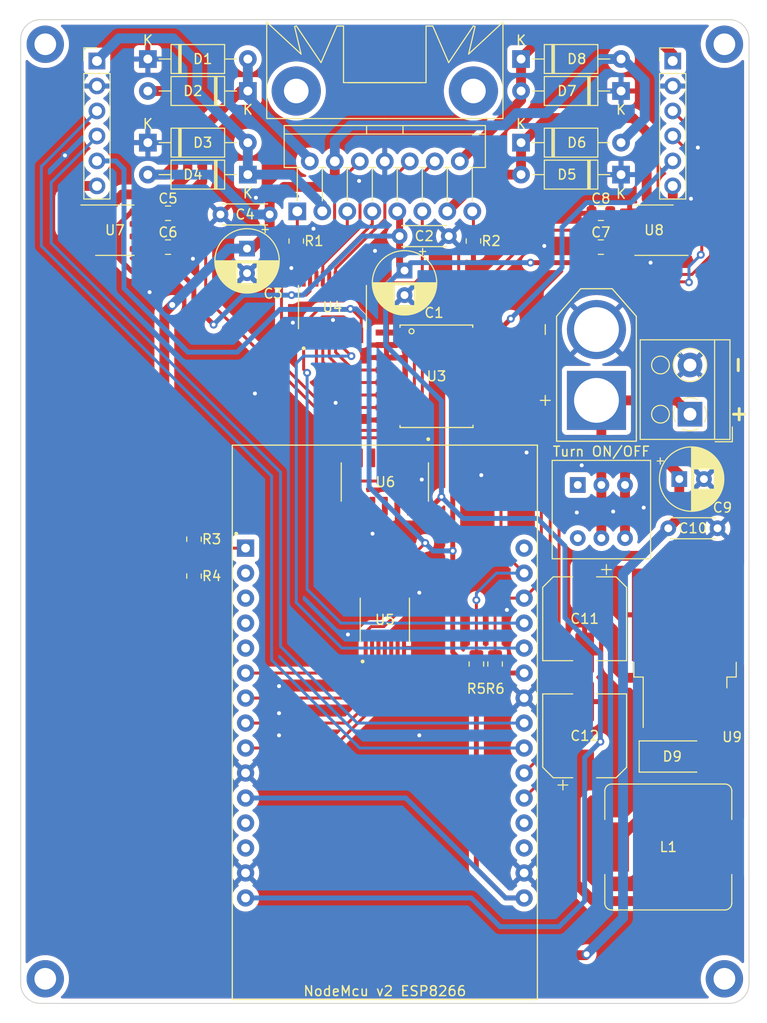
<source format=kicad_pcb>
(kicad_pcb (version 20211014) (generator pcbnew)
  (layers (0 "F.Cu" signal) (31 "B.Cu" signal) (34 "B.Paste" user) (35 "F.Paste" user) (36 "B.SilkS" user "B.Silkscreen") (37 "F.SilkS" user "F.Silkscreen") (38 "B.Mask" user) (39 "F.Mask" user) (44 "Edge.Cuts" user))
  (net 0 "")
  (net 1 "Sense_B")
  (net 2 "Sense_A")
  (net 3 "VIOUT_M2")
  (net 4 "VIOUT_M1")
  (net 5 "OUT1")
  (net 6 "OUT2")
  (net 7 "VS")
  (net 8 "DIR1_M1")
  (net 9 "PWM1")
  (net 10 "DIR2_M1")
  (net 11 "GND")
  (net 12 "+3V3")
  (net 13 "DIR1_M2")
  (net 14 "PWM2")
  (net 15 "DIR2_M2")
  (net 16 "+5V")
  (net 17 "SCLK")
  (net 18 "MISO")
  (net 19 "MOSI")
  (net 20 "CS_")
  (net 22 "CS")
  (net 23 "Din")
  (net 24 "Dout")
  (net 25 "CLK")
  (net 26 "Net-(C8-Pad1)")
  (net 27 "M1-")
  (net 28 "M1_C1")
  (net 29 "M1_C2")
  (net 30 "M1+")
  (net 31 "M2-")
  (net 32 "M2_C1")
  (net 33 "M2_C2")
  (net 34 "M2+")
  (net 35 "Net-(J3-Pad1)")
  (net 36 "pwm2_3v3")
  (net 37 "pwm1_3v3")
  (net 38 "dir2_M2_3v3")
  (net 39 "dir2_M1_3v3")
  (net 40 "dir1_M2_3v3")
  (net 44 "Net-(C6-Pad1)")
  (net 45 "Net-(R3-Pad1)")
  (net 46 "SCL")
  (net 47 "SDA")
  (net 64 "dir1_M1_3v3")
  (net 66 "Net-(D9-Pad1)")
  (footprint "MountingHole:MountingHole_2.2mm_M2_DIN965_Pad" (layer "F.Cu") (at 164.500001 157.5)
    (fp_text reference "REF**" hide)
    (fp_text value "MountingHole_2.2mm_M2_DIN965_Pad" hide)
  )
  (footprint "Capacitor_THT:C_Disc_D4.3mm_W1.9mm_P5.00mm" (layer "F.Cu") (at 113.3 79.8)
    (fp_text reference "C4")
    (fp_text value "0.1uF" hide)
  )
  (footprint "Resistor_SMD:R_0805_2012Metric" (layer "F.Cu") (at 139.3 125.5 90)
    (fp_text reference "R5")
    (fp_text value "2k2" hide)
  )
  (footprint "TXB0104_TSOP14_footprint:SOP65P640X120-14N" (layer "F.Cu") (at 130 121 90)
    (fp_text reference "U5")
    (fp_text value "TXB0104D" hide)
  )
  (footprint "Resistor_SMD:R_0805_2012Metric" (layer "F.Cu") (at 110.61 112.81 90)
    (fp_text reference "R3")
    (fp_text value "10k" hide)
  )
  (footprint "Inductor_SMD:L_Bourns_SRP1245A" (layer "F.Cu") (at 158.8 144.1 180)
    (fp_text reference "L1")
    (fp_text value "33uH" hide)
  )
  (footprint "Diode_SMD:D_2010_5025Metric_Pad1.52x2.65mm_HandSolder" (layer "F.Cu") (at 159.2 134.9)
    (fp_text reference "D9")
    (fp_text value "1N5825" hide)
  )
  (footprint "Connector_PinHeader_2.54mm:PinHeader_1x06_P2.54mm_Vertical" (layer "F.Cu") (at 159.25 64.2)
    (fp_text reference "J2" hide)
    (fp_text value "Motor2" hide)
  )
  (footprint "Diode_THT:D_A-405_P10.16mm_Horizontal" (layer "F.Cu") (at 143.84 64)
    (fp_text reference "D8")
    (fp_text value "DIODE" hide)
  )
  (footprint "Capacitor_THT:C_Disc_D4.3mm_W1.9mm_P5.00mm" (layer "F.Cu") (at 131.5 82)
    (fp_text reference "C2")
    (fp_text value "0.1uF" hide)
  )
  (footprint "Package_TO_SOT_SMD:TO-263-5_TabPin3" (layer "F.Cu") (at 160.5 123.875 90)
    (fp_text reference "U9")
    (fp_text value "LM2596S-5" hide)
  )
  (footprint "Capacitor_SMD:C_0805_2012Metric" (layer "F.Cu") (at 107.97 79.68)
    (fp_text reference "C5")
    (fp_text value "0.1uF" hide)
  )
  (footprint "Resistor_SMD:R_0805_2012Metric" (layer "F.Cu") (at 139 82.5 -90)
    (fp_text reference "R2")
    (fp_text value "Rsb" hide)
  )
  (footprint "Button_Switch_THT:SW_PUSH_E-Switch_FS5700DP_DPDT" (layer "F.Cu") (at 152 109.8)
    (fp_text reference "SW1" hide)
    (fp_text value "SW_DPDT_x2" hide)
  )
  (footprint "Capacitor_SMD:C_0805_2012Metric" (layer "F.Cu") (at 151.948005 79.68088 180)
    (fp_text reference "C8")
    (fp_text value "1nF" hide)
  )
  (footprint "Diode_THT:D_A-405_P10.16mm_Horizontal" (layer "F.Cu") (at 154 75.75 180)
    (fp_text reference "D5")
    (fp_text value "DIODE" hide)
  )
  (footprint "Capacitor_THT:CP_Radial_D6.3mm_P2.50mm" (layer "F.Cu") (at 132 85.5 -90)
    (fp_text reference "C1")
    (fp_text value "100uF" hide)
  )
  (footprint "Capacitor_SMD:C_0805_2012Metric" (layer "F.Cu") (at 151.947398 83.120938 180)
    (fp_text reference "C7")
    (fp_text value "0.1uF" hide)
  )
  (footprint "MountingHole:MountingHole_2.2mm_M2_DIN965_Pad" (layer "F.Cu") (at 95.500001 157.499999)
    (fp_text reference "REF**" hide)
    (fp_text value "MountingHole_2.2mm_M2_DIN965_Pad" hide)
  )
  (footprint "MountingHole:MountingHole_2.2mm_M2_DIN965_Pad" (layer "F.Cu") (at 95.5 62.5)
    (fp_text reference "REF**" hide)
    (fp_text value "MountingHole_2.2mm_M2_DIN965_Pad" hide)
  )
  (footprint "Connector_PinHeader_2.54mm:PinHeader_1x06_P2.54mm_Vertical" (layer "F.Cu") (at 100.75 64.2)
    (fp_text reference "J1" hide)
    (fp_text value "Motor1" hide)
  )
  (footprint "footprint:AMASS_XT60-M" (layer "F.Cu") (at 151.5 95.1 90)
    (fp_text reference "J4" hide)
    (fp_text value "XT60-M" hide)
  )
  (footprint "Capacitor_THT:CP_Radial_D6.3mm_P2.50mm" (layer "F.Cu") (at 116 83.267621 -90)
    (fp_text reference "C3")
    (fp_text value "100uF" hide)
  )
  (footprint "Capacitor_SMD:C_0805_2012Metric" (layer "F.Cu") (at 107.97 83.12)
    (fp_text reference "C6")
    (fp_text value "1nF" hide)
  )
  (footprint "MCP3004_footprint:SOIC127P600X175-14N" (layer "F.Cu") (at 130 107 -90)
    (fp_text reference "U6")
    (fp_text value "MCP3004" hide)
  )
  (footprint "PCF8574:SO16W" (layer "F.Cu") (at 135.25 96.25 -90)
    (fp_text reference "U3")
    (fp_text value "PCF8574" hide)
  )
  (footprint "Diode_THT:D_A-405_P10.16mm_Horizontal" (layer "F.Cu") (at 116.08 67.25 180)
    (fp_text reference "D2")
    (fp_text value "DIODE" hide)
  )
  (footprint "Capacitor_THT:C_Disc_D4.3mm_W1.9mm_P5.00mm" (layer "F.Cu") (at 163.8 111.7 180)
    (fp_text reference "C10")
    (fp_text value "0.1uF" hide)
  )
  (footprint "Resistor_SMD:R_0805_2012Metric" (layer "F.Cu") (at 110.61 116.56 -90)
    (fp_text reference "R4")
    (fp_text value "18k" hide)
  )
  (footprint "Capacitor_SMD:CP_Elec_8x6.9" (layer "F.Cu") (at 150.3 120.9 -90)
    (fp_text reference "C11")
    (fp_text value "680uF" hide)
  )
  (footprint "Resistor_SMD:R_0805_2012Metric" (layer "F.Cu") (at 141.2 125.5 90)
    (fp_text reference "R6")
    (fp_text value "2k2" hide)
  )
  (footprint "Package_SO:SOIC-8_3.9x4.9mm_P1.27mm" (layer "F.Cu") (at 102.57 81.4)
    (fp_text reference "U7")
    (fp_text value "ACS712_M1" hide)
  )
  (footprint "Diode_THT:D_A-405_P10.16mm_Horizontal" (layer "F.Cu") (at 116.08 75.75 180)
    (fp_text reference "D4")
    (fp_text value "DIODE" hide)
  )
  (footprint "NodemcuESP8266_footprint:MODULE_ZC563900" (layer "F.Cu") (at 130 131.5)
    (fp_text reference "U1" hide)
    (fp_text value "ZC563900" hide)
  )
  (footprint "Diode_THT:D_A-405_P10.16mm_Horizontal" (layer "F.Cu") (at 154 67.25 180)
    (fp_text reference "D7")
    (fp_text value "DIODE" hide)
  )
  (footprint "Diode_THT:D_A-405_P10.16mm_Horizontal" (layer "F.Cu") (at 143.84 72.5)
    (fp_text reference "D6")
    (fp_text value "DIODE" hide)
  )
  (footprint "Heatsink:Heatsink_Fischer_SK104-STC-STIC_35x13mm_2xDrill2.5mm" (layer "F.Cu") (at 130 67.25)
    (fp_text reference "REF**" hide)
    (fp_text value "Heatsink_Fischer_SK104-STC-STIC_35x13mm_2xDrill2.5mm" hide)
  )
  (footprint "Capacitor_SMD:CP_Elec_8x6.9" (layer "F.Cu") (at 150.3 132.8 90)
    (fp_text reference "C12")
    (fp_text value "220uF" hide)
  )
  (footprint "Resistor_SMD:R_0805_2012Metric" (layer "F.Cu") (at 121 82.5 -90)
    (fp_text reference "R1")
    (fp_text value "Rsa" hide)
  )
  (footprint "Package_TO_SOT_THT:TO-220-15_P2.54x2.54mm_StaggerOdd_Lead4.58mm_Vertical" (layer "F.Cu") (at 121.105 79.485)
    (fp_text reference "U2" hide)
    (fp_text value "L298HN" hide)
  )
  (footprint "TerminalBlock_RND:TerminalBlock_RND_205-00001_1x02_P5.00mm_Horizontal" (layer "F.Cu") (at 161.004751 100.104574 90)
    (fp_text reference "J3" hide)
    (fp_text value "POWER" hide)
  )
  (footprint "TXB0108_TSOP20_fotprint:SOP65P640X120-20N" (layer "F.Cu") (at 124.674273 89.219079 90)
    (fp_text reference "U4")
    (fp_text value "TXB0108PWR" hide)
  )
  (footprint "Package_SO:SOIC-8_3.9x4.9mm_P1.27mm" (layer "F.Cu") (at 157.35 81.4 180)
    (fp_text reference "U8")
    (fp_text value "ACS712_M2" hide)
  )
  (footprint "Diode_THT:D_A-405_P10.16mm_Horizontal" (layer "F.Cu") (at 105.92 72.5)
    (fp_text reference "D3")
    (fp_text value "DIODE" hide)
  )
  (footprint "MountingHole:MountingHole_2.2mm_M2_DIN965_Pad" (layer "F.Cu") (at 164.500001 62.5)
    (fp_text reference "REF**" hide)
    (fp_text value "MountingHole_2.2mm_M2_DIN965_Pad" hide)
  )
  (footprint "Capacitor_THT:CP_Radial_D6.3mm_P2.50mm" (layer "F.Cu") (at 159.917621 106.7)
    (fp_text reference "C9")
    (fp_text value "100uF" hide)
  )
  (footprint "Diode_THT:D_A-405_P10.16mm_Horizontal" (layer "F.Cu") (at 105.92 64)
    (fp_text reference "D1")
    (fp_text value "DIODE" hide)
  )
  (gr_line (start 167 62.000001) (end 167 157.999999) (layer "Edge.Cuts") (width 0.1))
  (gr_arc (start 95.000001 159.999999) (mid 93.585787 159.414213) (end 93.000001 157.999999) (layer "Edge.Cuts") (width 0.1))
  (gr_line (start 95 60) (end 165 60.000001) (layer "Edge.Cuts") (width 0.1))
  (gr_arc (start 93 62) (mid 93.585786 60.585786) (end 95 60) (layer "Edge.Cuts") (width 0.1))
  (gr_line (start 165 159.999999) (end 95.000001 159.999999) (layer "Edge.Cuts") (width 0.1))
  (gr_line (start 93 158) (end 93 62) (layer "Edge.Cuts") (width 0.1))
  (gr_arc (start 165 60.000001) (mid 166.414214 60.585787) (end 167 62.000001) (layer "Edge.Cuts") (width 0.1))
  (gr_arc (start 167 157.999999) (mid 166.414214 159.414213) (end 165 159.999999) (layer "Edge.Cuts") (width 0.1))
  (gr_text "-" (at 165.8 95.1 90) (layer "F.SilkS") (effects (font (size 1.5 1.5) (thickness 0.3))))
  (gr_text "+" (at 166 100) (layer "F.SilkS") (effects (font (size 1.5 1.5) (thickness 0.3))))
  (gr_text "Turn ON/OFF" (at 152 103.9) (layer "F.SilkS") (effects (font (size 1 1))))
  (gr_text "NodeMcu v2 ESP8266" (at 130 158.75) (layer "F.SilkS") (effects (font (size 1 1))))
  (segment (start 137.5 90) (end 133 94.5) (width 0.3) (layer "F.Cu") (net 1))
  (segment (start 137.5 83) (end 137.5 90) (width 0.3) (layer "F.Cu") (net 1))
  (segment (start 133 94.5) (end 133 102) (width 0.3) (layer "F.Cu") (net 1))
  (segment (start 139 81.5875) (end 139 79.6) (width 0.3) (layer "F.Cu") (net 1))
  (segment (start 133 102) (end 132.54 102.46) (width 0.3) (layer "F.Cu") (net 1))
  (segment (start 139 79.6) (end 138.885 79.485) (width 0.3) (layer "F.Cu") (net 1))
  (segment (start 139 81.5875) (end 138.9125 81.5875) (width 0.3) (layer "F.Cu") (net 1))
  (segment (start 138.9125 81.5875) (end 137.5 83) (width 0.3) (layer "F.Cu") (net 1))
  (segment (start 132.54 102.46) (end 132.54 104.545) (width 0.3) (layer "F.Cu") (net 1))
  (segment (start 120.8625 81.5875) (end 121 81.5875) (width 0.3) (layer "F.Cu") (net 2))
  (segment (start 121.105 81.4825) (end 121 81.5875) (width 0.3) (layer "F.Cu") (net 2))
  (segment (start 121.105 79.485) (end 121.105 81.4825) (width 0.3) (layer "F.Cu") (net 2))
  (segment (start 119.5 95) (end 119.5 82.95) (width 0.3) (layer "F.Cu") (net 2))
  (segment (start 130.5 101.75) (end 126.25 101.75) (width 0.3) (layer "F.Cu") (net 2))
  (segment (start 131.27 102.52) (end 130.5 101.75) (width 0.3) (layer "F.Cu") (net 2))
  (segment (start 119.5 82.95) (end 120.8625 81.5875) (width 0.3) (layer "F.Cu") (net 2))
  (segment (start 131.27 104.545) (end 131.27 102.52) (width 0.3) (layer "F.Cu") (net 2))
  (segment (start 126.25 101.75) (end 119.5 95) (width 0.3) (layer "F.Cu") (net 2))
  (segment (start 138.4 88.5) (end 138.4 90.1) (width 0.3) (layer "F.Cu") (net 3))
  (segment (start 153.4 81.4) (end 145.5 81.4) (width 0.3) (layer "F.Cu") (net 3))
  (segment (start 145.5 81.4) (end 138.4 88.5) (width 0.3) (layer "F.Cu") (net 3))
  (segment (start 133.81 94.69) (end 133.81 104.545) (width 0.3) (layer "F.Cu") (net 3))
  (segment (start 154.035 82.035) (end 153.4 81.4) (width 0.3) (layer "F.Cu") (net 3))
  (segment (start 138.4 90.1) (end 133.81 94.69) (width 0.3) (layer "F.Cu") (net 3))
  (segment (start 154.875 82.035) (end 154.035 82.035) (width 0.3) (layer "F.Cu") (net 3))
  (segment (start 105.045 80.765) (end 105.865 80.765) (width 0.3) (layer "F.Cu") (net 4))
  (segment (start 130 103) (end 130 104.545) (width 0.3) (layer "F.Cu") (net 4))
  (segment (start 106.4 81.3) (end 110.5 81.3) (width 0.3) (layer "F.Cu") (net 4))
  (segment (start 126 102.5) (end 129.5 102.5) (width 0.3) (layer "F.Cu") (net 4))
  (segment (start 129.5 102.5) (end 130 103) (width 0.3) (layer "F.Cu") (net 4))
  (segment (start 111.8 88.3) (end 126 102.5) (width 0.3) (layer "F.Cu") (net 4))
  (segment (start 105.865 80.765) (end 106.4 81.3) (width 0.3) (layer "F.Cu") (net 4))
  (segment (start 110.5 81.3) (end 111.8 82.6) (width 0.3) (layer "F.Cu") (net 4))
  (segment (start 111.8 82.6) (end 111.8 88.3) (width 0.3) (layer "F.Cu") (net 4))
  (segment (start 111.45 76.45) (end 110.14 77.76) (width 1) (layer "F.Cu") (net 5))
  (segment (start 111.45 71.15) (end 111.45 76.45) (width 1) (layer "F.Cu") (net 5))
  (segment (start 100.095 79.495) (end 100.095 80.075) (width 1) (layer "F.Cu") (net 5))
  (segment (start 100.095 80.075) (end 101.495 80.075) (width 1) (layer "F.Cu") (net 5))
  (segment (start 100.095 79.495) (end 101.865 79.495) (width 1) (layer "F.Cu") (net 5))
  (segment (start 100.805 80.765) (end 101.97 79.6) (width 1) (layer "F.Cu") (net 5))
  (segment (start 100.095 80.765) (end 100.805 80.765) (width 1) (layer "F.Cu") (net 5))
  (segment (start 116.08 67.25) (end 115.35 67.25) (width 1) (layer "F.Cu") (net 5))
  (segment (start 101.97 79.13) (end 101.97 79.6) (width 1) (layer "F.Cu") (net 5))
  (segment (start 110.14 77.76) (end 103.34 77.76) (width 1) (layer "F.Cu") (net 5))
  (segment (start 100.095 80.075) (end 100.095 80.765) (width 1) (layer "F.Cu") (net 5))
  (segment (start 103.34 77.76) (end 101.97 79.13) (width 1) (layer "F.Cu") (net 5))
  (segment (start 115.35 67.25) (end 111.45 71.15) (width 1) (layer "F.Cu") (net 5))
  (segment (start 101.495 80.075) (end 101.97 79.6) (width 1) (layer "F.Cu") (net 5))
  (segment (start 101.865 79.495) (end 101.97 79.6) (width 1) (layer "F.Cu") (net 5))
  (segment (start 116.08 67.25) (end 116.08 67.895) (width 1) (layer "B.Cu") (net 5))
  (segment (start 122.375 74.19) (end 122.375 74.405) (width 1) (layer "B.Cu") (net 5))
  (segment (start 116.08 67.895) (end 122.375 74.19) (width 1) (layer "B.Cu") (net 5))
  (segment (start 116.08 67.25) (end 116.08 64) (width 1) (layer "B.Cu") (net 5))
  (segment (start 140.08 75.75) (end 136.345 79.485) (width 1) (layer "F.Cu") (net 6))
  (segment (start 157.4 79) (end 156.6 78.2) (width 1) (layer "F.Cu") (net 6))
  (segment (start 159.305 83.305) (end 158.8 82.8) (width 1) (layer "F.Cu") (net 6))
  (segment (start 158.875 82.725) (end 158.8 82.8) (width 1) (layer "F.Cu") (net 6))
  (segment (start 143.84 72.5) (end 143.84 75.75) (width 1) (layer "F.Cu") (net 6))
  (segment (start 156.6 78.2) (end 156.6 71.4) (width 1) (layer "F.Cu") (net 6))
  (segment (start 159.825 82.725) (end 158.875 82.725) (width 1) (layer "F.Cu") (net 6))
  (segment (start 159.825 82.725) (end 159.825 82.035) (width 1) (layer "F.Cu") (net 6))
  (segment (start 158.265 82.035) (end 158.15 82.15) (width 1) (layer "F.Cu") (net 6))
  (segment (start 158.15 82.15) (end 157.4 81.4) (width 1) (layer "F.Cu") (net 6))
  (segment (start 159.825 83.305) (end 159.825 82.725) (width 1) (layer "F.Cu") (net 6))
  (segment (start 146.5 70) (end 144 72.5) (width 1) (layer "F.Cu") (net 6))
  (segment (start 144 72.5) (end 143.84 72.5) (width 1) (layer "F.Cu") (net 6))
  (segment (start 155.2 70) (end 146.5 70) (width 1) (layer "F.Cu") (net 6))
  (segment (start 159.825 82.035) (end 158.265 82.035) (width 1) (layer "F.Cu") (net 6))
  (segment (start 159.825 83.305) (end 159.305 83.305) (width 1) (layer "F.Cu") (net 6))
  (segment (start 157.4 81.4) (end 157.4 79) (width 1) (layer "F.Cu") (net 6))
  (segment (start 156.6 71.4) (end 155.2 70) (width 1) (layer "F.Cu") (net 6))
  (segment (start 158.8 82.8) (end 158.15 82.15) (width 1) (layer "F.Cu") (net 6))
  (segment (start 143.84 75.75) (end 140.08 75.75) (width 1) (layer "F.Cu") (net 6))
  (segment (start 116 83.267621) (end 116.532379 83.267621) (width 1) (layer "F.Cu") (net 7))
  (segment (start 158.8 111.7) (end 156 114.5) (width 1) (layer "F.Cu") (net 7))
  (segment (start 150.5 155) (end 150.4 155.1) (width 1) (layer "F.Cu") (net 7))
  (segment (start 150.4 155.1) (end 115.7 155.1) (width 1) (layer "F.Cu") (net 7))
  (segment (start 159.917621 106.217621) (end 158.8 105.1) (width 1) (layer "F.Cu") (net 7))
  (segment (start 150.3 116.9) (end 150.3 117.425) (width 1) (layer "F.Cu") (net 7))
  (segment (start 157.1 128.6) (end 155.4 126.9) (width 1) (layer "F.Cu") (net 7))
  (segment (start 159.917621 106.7) (end 159.917621 110.582379) (width 1) (layer "F.Cu") (net 7))
  (segment (start 108.5 68.05) (end 108.5 74.95) (width 1) (layer "F.Cu") (net 7))
  (segment (start 159.917621 110.582379) (end 158.8 111.7) (width 1) (layer "F.Cu") (net 7))
  (segment (start 116.532379 83.267621) (end 118.3 81.5) (width 1) (layer "F.Cu") (net 7))
  (segment (start 155.4 126.9) (end 154.4 126.9) (width 1) (layer "F.Cu") (net 7))
  (segment (start 123.75 77) (end 124.915 75.835) (width 1) (layer "F.Cu") (net 7))
  (segment (start 153.2 122) (end 150.3 119.1) (width 1) (layer "F.Cu") (net 7))
  (segment (start 159.917621 106.7) (end 159.917621 106.217621) (width 1) (layer "F.Cu") (net 7))
  (segment (start 154.4 126.9) (end 153.2 125.7) (width 1) (layer "F.Cu") (net 7))
  (segment (start 150.3 119.1) (end 150.3 117.425) (width 1) (layer "F.Cu") (net 7))
  (segment (start 111.75 118.5) (end 110.7225 117.4725) (width 1) (layer "F.Cu") (net 7))
  (segment (start 154.4 107.3) (end 154.4 112.7) (width 1) (layer "F.Cu") (net 7))
  (segment (start 108.5 74.95) (end 107.7 75.75) (width 1) (layer "F.Cu") (net 7))
  (segment (start 155.3 105.1) (end 154.4 106) (width 1) (layer "F.Cu") (net 7))
  (segment (start 105.92 67.25) (end 107.7 67.25) (width 1) (layer "F.Cu") (net 7))
  (segment (start 154.4 106) (end 154.4 107.3) (width 1) (layer "F.Cu") (net 7))
  (segment (start 153.2 125.7) (end 153.2 122) (width 1) (layer "F.Cu") (net 7))
  (segment (start 118.3 81.5) (end 118.3 79.8) (width 1) (layer "F.Cu") (net 7))
  (segment (start 118.3 79.8) (end 118.3 78.45) (width 1) (layer "F.Cu") (net 7))
  (segment (start 118.3 78.45) (end 119.75 77) (width 1) (layer "F.Cu") (net 7))
  (segment (start 107.6 89.8) (end 107.6 115.85) (width 1) (layer "F.Cu") (net 7))
  (segment (start 111.75 151.15) (end 111.75 118.5) (width 1) (layer "F.Cu") (net 7))
  (segment (start 152.7 114.5) (end 150.3 116.9) (width 1) (layer "F.Cu") (net 7))
  (segment (start 124.915 75.835) (end 124.915 74.405) (width 1) (layer "F.Cu") (net 7))
  (segment (start 119.75 77) (end 123.75 77) (width 1) (layer "F.Cu") (net 7))
  (segment (start 115.7 155.1) (end 111.75 151.15) (width 1) (layer "F.Cu") (net 7))
  (segment (start 107.7 67.25) (end 108.5 68.05) (width 1) (layer "F.Cu") (net 7))
  (segment (start 109.2225 117.4725) (end 110.61 117.4725) (width 1) (layer "F.Cu") (net 7))
  (segment (start 107.7 75.75) (end 105.92 75.75) (width 1) (layer "F.Cu") (net 7))
  (segment (start 110.7225 117.4725) (end 110.61 117.4725) (width 1) (layer "F.Cu") (net 7))
  (segment (start 158.8 105.1) (end 155.3 105.1) (width 1) (layer "F.Cu") (net 7))
  (segment (start 156 114.5) (end 152.7 114.5) (width 1) (layer "F.Cu") (net 7))
  (segment (start 107.6 115.85) (end 109.2225 117.4725) (width 1) (layer "F.Cu") (net 7))
  (segment (start 108.4 89) (end 107.6 89.8) (width 1) (layer "F.Cu") (net 7))
  (segment (start 157.1 129.65) (end 157.1 128.6) (width 1) (layer "F.Cu") (net 7))
  (via (at 150.5 155) (size 1) (drill 0.6) (layers "F.Cu" "B.Cu") (net 7))
  (via (at 108.4 89) (size 1) (drill 0.6) (layers "F.Cu" "B.Cu") (net 7))
  (segment (start 143.375 69.5) (end 142.125 70.75) (width 1) (layer "B.Cu") (net 7))
  (segment (start 108.4 89) (end 114.132379 83.267621) (width 1) (layer "B.Cu") (net 7))
  (segment (start 124.915 72.335) (end 124.915 74.405) (width 1) (layer "B.Cu") (net 7))
  (segment (start 151.9 64) (end 146.4 69.5) (width 1) (layer "B.Cu") (net 7))
  (segment (start 112.35 75.75) (end 116.4 79.8) (width 1) (layer "B.Cu") (net 7))
  (segment (start 116.4 79.8) (end 118.3 79.8) (width 1) (layer "B.Cu") (net 7))
  (segment (start 146.4 69.5) (end 143.375 69.5) (width 1) (layer "B.Cu") (net 7))
  (segment (start 142.125 70.75) (end 126.5 70.75) (width 1) (layer "B.Cu") (net 7))
  (segment (start 154.2 64) (end 156.4 66.2) (width 1) (layer "B.Cu") (net 7))
  (segment (start 156.4 70.05) (end 154 72.45) (width 1) (layer "B.Cu") (net 7))
  (segment (start 150.5 155) (end 154.2 151.3) (width 1) (layer "B.Cu") (net 7))
  (segment (start 126.5 70.75) (end 124.915 72.335) (width 1) (layer "B.Cu") (net 7))
  (segment (start 114.132379 83.267621) (end 116 83.267621) (width 1) (layer "B.Cu") (net 7))
  (segment (start 105.92 75.75) (end 112.35 75.75) (width 1) (layer "B.Cu") (net 7))
  (segment (start 156.4 66.2) (end 156.4 70.05) (width 1) (layer "B.Cu") (net 7))
  (segment (start 154.2 151.3) (end 154.2 116.3) (width 1) (layer "B.Cu") (net 7))
  (segment (start 154.2 116.3) (end 158.8 111.7) (width 1) (layer "B.Cu") (net 7))
  (segment (start 154 64) (end 151.9 64) (width 1) (layer "B.Cu") (net 7))
  (segment (start 154 72.45) (end 154 72.5) (width 1) (layer "B.Cu") (net 7))
  (segment (start 154 64) (end 154.2 64) (width 1) (layer "B.Cu") (net 7))
  (segment (start 123.049273 84.650727) (end 126.185 81.515) (width 0.3) (layer "F.Cu") (net 8))
  (segment (start 126.185 81.515) (end 126.185 79.485) (width 0.3) (layer "F.Cu") (net 8))
  (segment (start 123.049273 86.349079) (end 123.049273 84.650727) (width 0.3) (layer "F.Cu") (net 8))
  (segment (start 124.894511 78.105489) (end 126.25 76.75) (width 0.3) (layer "F.Cu") (net 9))
  (segment (start 126.25 76.75) (end 126.25 75.61) (width 0.3) (layer "F.Cu") (net 9))
  (segment (start 126.25 75.61) (end 127.455 74.405) (width 0.3) (layer "F.Cu") (net 9))
  (segment (start 121.749273 86.349079) (end 121.749273 85.050727) (width 0.3) (layer "F.Cu") (net 9))
  (segment (start 121.749273 85.050727) (end 124.894511 81.905489) (width 0.3) (layer "F.Cu") (net 9))
  (segment (start 124.894511 81.905489) (end 124.894511 78.105489) (width 0.3) (layer "F.Cu") (net 9))
  (segment (start 124.349273 86.349079) (end 124.349273 85.150727) (width 0.3) (layer "F.Cu") (net 10))
  (segment (start 124.349273 85.150727) (end 128.725 80.775) (width 0.3) (layer "F.Cu") (net 10))
  (segment (start 128.725 80.775) (end 128.725 79.485) (width 0.3) (layer "F.Cu") (net 10))
  (via (at 133.5 118.25) (size 0.8) (drill 0.4) (layers "F.Cu" "B.Cu") (net 11))
  (via (at 156.3 109.6) (size 0.8) (drill 0.4) (layers "F.Cu" "B.Cu") (net 11))
  (via (at 161.1 78.2) (size 0.8) (drill 0.4) (layers "F.Cu" "B.Cu") (net 11))
  (via (at 120.5 85.25) (size 0.8) (drill 0.4) (layers "F.Cu" "B.Cu") (net 11))
  (via (at 124.730435 90.530435) (size 0.8) (drill 0.4) (layers "F.Cu" "B.Cu") (net 11))
  (via (at 133.75 106.75) (size 0.8) (drill 0.4) (layers "F.Cu" "B.Cu") (net 11))
  (via (at 125 98.95) (size 0.8) (drill 0.4) (layers "F.Cu" "B.Cu") (net 11))
  (via (at 144.4 104) (size 0.8) (drill 0.4) (layers "F.Cu" "B.Cu") (net 11))
  (via (at 129 83.5) (size 0.8) (drill 0.4) (layers "F.Cu" "B.Cu") (net 11))
  (via (at 150 105.3) (size 0.8) (drill 0.4) (layers "F.Cu" "B.Cu") (net 11))
  (via (at 157 84.7) (size 0.8) (drill 0.4) (layers "F.Cu" "B.Cu") (net 11))
  (via (at 126.25 122.5) (size 0.8) (drill 0.4) (layers "F.Cu" "B.Cu") (net 11))
  (via (at 142.4 120) (size 0.8) (drill 0.4) (layers "F.Cu" "B.Cu") (net 11))
  (via (at 122.75 81.25) (size 0.8) (drill 0.4) (layers "F.Cu" "B.Cu") (net 11))
  (via (at 153.2 110) (size 0.8) (drill 0.4) (layers "F.Cu" "B.Cu") (net 11))
  (via (at 97.5 73.8) (size 0.8) (drill 0.4) (layers "F.Cu" "B.Cu") (net 11))
  (via (at 116.9 78.1) (size 0.8) (drill 0.4) (layers "F.Cu" "B.Cu") (net 11))
  (via (at 119.25 132.75) (size 0.8) (drill 0.4) (layers "F.Cu" "B.Cu") (net 11))
  (via (at 119.25 130.5) (size 0.8) (drill 0.4) (layers "F.Cu" "B.Cu") (net 11))
  (via (at 139.8 106.3) (size 0.8) (drill 0.4) (layers "F.Cu" "B.Cu") (net 11))
  (via (at 110.5 84.3) (size 0.8) (drill 0.4) (layers "F.Cu" "B.Cu") (net 11))
  (via (at 149.5 110.1) (size 0.8) (drill 0.4) (layers "F.Cu" "B.Cu") (net 11))
  (via (at 116.8 98) (size 0.8) (drill 0.4) (layers "F.Cu" "B.Cu") (net 11))
  (via (at 120.65 90.8) (size 0.8) (drill 0.4) (layers "F.Cu" "B.Cu") (net 11))
  (via (at 161.8 73) (size 0.8) (drill 0.4) (layers "F.Cu" "B.Cu") (net 11))
  (via (at 146.2 83) (size 0.8) (drill 0.4) (layers "F.Cu" "B.Cu") (net 11))
  (via (at 133.5 132.75) (size 0.8) (drill 0.4) (layers "F.Cu" "B.Cu") (net 11))
  (via (at 127.384854 76.391158) (size 0.8) (drill 0.4) (layers "F.Cu" "B.Cu") (net 11))
  (via (at 128.75 112.25) (size 0.8) (drill 0.4) (layers "F.Cu" "B.Cu") (net 11))
  (via (at 119.25 127.75) (size 0.8) (drill 0.4) (layers "F.Cu" "B.Cu") (net 11))
  (via (at 106.1 87.7) (size 0.8) (drill 0.4) (layers "F.Cu" "B.Cu") (net 11))
  (segment (start 126.5 89.4) (end 126.6 89.4) (width 0.3) (layer "F.Cu") (net 12))
  (segment (start 144.15 149.28) (end 142.28 149.28) (width 0.5) (layer "F.Cu") (net 12))
  (segment (start 127.599273 90.399273) (end 127.599273 92.089079) (width 0.3) (layer "F.Cu") (net 12))
  (segment (start 142.8 90.4) (end 141.395 91.805) (width 0.5) (layer "F.Cu") (net 12))
  (segment (start 126.6 89.4) (end 127.599273 90.399273) (width 0.3) (layer "F.Cu") (net 12))
  (segment (start 136.9 114) (end 136.9 124.3) (width 0.5) (layer "F.Cu") (net 12))
  (segment (start 141.395 91.805) (end 140.33 91.805) (width 0.5) (layer "F.Cu") (net 12))
  (segment (start 141.2 126.4125) (end 139.3 126.4125) (width 0.5) (layer "F.Cu") (net 12))
  (segment (start 123.3 89.4) (end 122.399273 90.300727) (width 0.3) (layer "F.Cu") (net 12))
  (segment (start 136.9 93.7) (end 138.795 91.805) (width 0.5) (layer "F.Cu") (net 12))
  (segment (start 128.05 123.87) (end 128.05 122.25) (width 0.3) (layer "F.Cu") (net 12))
  (segment (start 122.399273 90.300727) (end 122.399273 92.089079) (width 0.3) (layer "F.Cu") (net 12))
  (segment (start 136.9 124.3) (end 139.0125 126.4125) (width 0.5) (layer "F.Cu") (net 12))
  (segment (start 141.2 126.4125) (end 144.1425 126.4125) (width 0.5) (layer "F.Cu") (net 12))
  (segment (start 142.28 149.28) (end 139.3 146.3) (width 0.5) (layer "F.Cu") (net 12))
  (segment (start 128.6 121.7) (end 129.9 121.7) (width 0.3) (layer "F.Cu") (net 12))
  (segment (start 138.795 91.805) (end 140.33 91.805) (width 0.5) (layer "F.Cu") (net 12))
  (segment (start 144.1425 126.4125) (end 144.15 126.42) (width 0.5) (layer "F.Cu") (net 12))
  (segment (start 131.95 119.65) (end 131.95 118.13) (width 0.3) (layer "F.Cu") (net 12))
  (segment (start 131.95 115.35) (end 131.95 118.13) (width 0.3) (layer "F.Cu") (net 12))
  (segment (start 139.3 146.3) (end 139.3 126.4125) (width 0.5) (layer "F.Cu") (net 12))
  (segment (start 134.1 113.2) (end 131.95 115.35) (width 0.3) (layer "F.Cu") (net 12))
  (segment (start 129.9 121.7) (end 131.95 119.65) (width 0.3) (layer "F.Cu") (net 12))
  (segment (start 139.0125 126.4125) (end 139.3 126.4125) (width 0.5) (layer "F.Cu") (net 12))
  (segment (start 128.05 122.25) (end 128.6 121.7) (width 0.3) (layer "F.Cu") (net 12))
  (segment (start 126.5 89.4) (end 123.3 89.4) (width 0.3) (layer "F.Cu") (net 12))
  (segment (start 136.9 114) (end 136.9 93.7) (width 0.5) (layer "F.Cu") (net 12))
  (via (at 136.9 114) (size 0.8) (drill 0.4) (layers "F.Cu" "B.Cu") (net 12))
  (via (at 126.5 89.4) (size 0.8) (drill 0.4) (layers "F.Cu" "B.Cu") (net 12))
  (via (at 142.8 90.4) (size 0.8) (drill 0.4) (layers "F.Cu" "B.Cu") (net 12))
  (via (at 134.1 113.2) (size 0.8) (drill 0.4) (layers "F.Cu" "B.Cu") (net 12))
  (segment (start 119.349511 89.450489) (end 115 93.8) (width 0.5) (layer "B.Cu") (net 12))
  (segment (start 126.5 89.4) (end 126.449511 89.450489) (width 0.5) (layer "B.Cu") (net 12))
  (segment (start 126.449511 89.450489) (end 119.349511 89.450489) (width 0.5) (layer "B.Cu") (net 12))
  (segment (start 148 81.1) (end 150.5 78.6) (width 0.5) (layer "B.Cu") (net 12))
  (segment (start 142.8 90.4) (end 148 85.2) (width 0.5) (layer "B.Cu") (net 12))
  (segment (start 136.9 114) (end 134.9 114) (width 0.5) (layer "B.Cu") (net 12))
  (segment (start 103.5 75.2) (end 102.66 74.36) (width 0.5) (layer "B.Cu") (net 12))
  (segment (start 128.4 90.7) (end 128.4 107.5) (width 0.5) (layer "B.Cu") (net 12))
  (segment (start 134.1 113.2) (end 134.9 114) (width 0.5) (layer "B.Cu") (net 12))
  (segment (start 155.01 78.6) (end 159.25 74.36) (width 0.5) (layer "B.Cu") (net 12))
  (segment (start 110 93.8) (end 103.5 87.3) (width 0.5) (layer "B.Cu") (net 12))
  (segment (start 102.66 74.36) (end 100.75 74.36) (width 0.5) (layer "B.Cu") (net 12))
  (segment (start 126.5 89.4) (end 127.1 89.4) (width 0.5) (layer "B.Cu") (net 12))
  (segment (start 132.12 139.12) (end 142.28 149.28) (width 0.5) (layer "B.Cu") (net 12))
  (segment (start 115.85 139.12) (end 132.12 139.12) (width 0.5) (layer "B.Cu") (net 12))
  (segment (start 127.1 89.4) (end 128.4 90.7) (width 0.5) (layer "B.Cu") (net 12))
  (segment (start 115 93.8) (end 110 93.8) (width 0.5) (layer "B.Cu") (net 12))
  (segment (start 103.5 87.3) (end 103.5 75.2) (width 0.5) (layer "B.Cu") (net 12))
  (segment (start 142.28 149.28) (end 144.15 149.28) (width 0.5) (layer "B.Cu") (net 12))
  (segment (start 128.4 107.5) (end 134.1 113.2) (width 0.5) (layer "B.Cu") (net 12))
  (segment (start 148 85.2) (end 148 81.1) (width 0.5) (layer "B.Cu") (net 12))
  (segment (start 150.5 78.6) (end 155.01 78.6) (width 0.5) (layer "B.Cu") (net 12))
  (segment (start 128.75 76.75) (end 130.19 76.75) (width 0.3) (layer "F.Cu") (net 13))
  (segment (start 127.475489 81.124511) (end 127.475489 78.024511) (width 0.3) (layer "F.Cu") (net 13))
  (segment (start 123.699273 84.900727) (end 127.475489 81.124511) (width 0.3) (layer "F.Cu") (net 13))
  (segment (start 123.699273 86.349079) (end 123.699273 84.900727) (width 0.3) (layer "F.Cu") (net 13))
  (segment (start 130.19 76.75) (end 132.535 74.405) (width 0.3) (layer "F.Cu") (net 13))
  (segment (start 127.475489 78.024511) (end 128.75 76.75) (width 0.3) (layer "F.Cu") (net 13))
  (segment (start 125.649273 87.449273) (end 126 87.8) (width 0.3) (layer "F.Cu") (net 14))
  (segment (start 126 87.8) (end 129.9 87.8) (width 0.3) (layer "F.Cu") (net 14))
  (segment (start 125.649273 86.349079) (end 125.649273 87.449273) (width 0.3) (layer "F.Cu") (net 14))
  (segment (start 133.049022 86.75) (end 133.805 85.994022) (width 0.3) (layer "F.Cu") (net 14))
  (segment (start 133.805 85.994022) (end 133.805 79.485) (width 0.3) (layer "F.Cu") (net 14))
  (segment (start 130.95 86.75) (end 133.049022 86.75) (width 0.3) (layer "F.Cu") (net 14))
  (segment (start 129.9 87.8) (end 130.95 86.75) (width 0.3) (layer "F.Cu") (net 14))
  (segment (start 124.999273 86.349079) (end 124.999273 85.300727) (width 0.3) (layer "F.Cu") (net 15))
  (segment (start 124.999273 85.300727) (end 130 80.3) (width 0.3) (layer "F.Cu") (net 15))
  (segment (start 130 78.25) (end 131 77.25) (width 0.3) (layer "F.Cu") (net 15))
  (segment (start 131 77.25) (end 132.23 77.25) (width 0.3) (layer "F.Cu") (net 15))
  (segment (start 130 80.3) (end 130 78.25) (width 0.3) (layer "F.Cu") (net 15))
  (segment (start 132.23 77.25) (end 135.075 74.405) (width 0.3) (layer "F.Cu") (net 15))
  (segment (start 105.045 79.495) (end 106.835 79.495) (width 0.5) (layer "F.Cu") (net 16))
  (segment (start 131.9 106.9) (end 132.54 107.54) (width 0.3) (layer "F.Cu") (net 16))
  (segment (start 106.835 79.495) (end 107.02 79.68) (width 0.5) (layer "F.Cu") (net 16))
  (segment (start 128.05 118.13) (end 128.05 115.05) (width 0.3) (layer "F.Cu") (net 16))
  (segment (start 125.389657 106.9) (end 131.9 106.9) (width 0.3) (layer "F.Cu") (net 16))
  (segment (start 152.4 84.7) (end 152.897398 84.202602) (width 0.5) (layer "F.Cu") (net 16))
  (segment (start 106.815 79.495) (end 107.02 79.7) (width 0.5) (layer "F.Cu") (net 16))
  (segment (start 154.875 83.305) (end 153.08146 83.305) (width 0.5) (layer "F.Cu") (net 16))
  (segment (start 105.045 79.495) (end 104.305 79.495) (width 0.5) (layer "F.Cu") (net 16))
  (segment (start 104.3 85.6) (end 109.1 85.6) (width 0.5) (layer "F.Cu") (net 16))
  (segment (start 103 80.8) (end 103 84.3) (width 0.5) (layer "F.Cu") (net 16))
  (segment (start 164.35 144.1) (end 164.35 148.45) (width 1) (layer "F.Cu") (net 16))
  (segment (start 128.05 115.05) (end 124.329396 111.329396) (width 0.3) (layer "F.Cu") (net 16))
  (segment (start 164.35 148.45) (end 163.2 149.6) (width 1) (layer "F.Cu") (net 16))
  (segment (start 103 84.3) (end 104.3 85.6) (width 0.5) (layer "F.Cu") (net 16))
  (segment (start 132.54 109.455) (end 133.81 109.455) (width 0.5) (layer "F.Cu") (net 16))
  (segment (start 150.3 135) (end 150.3 136.275) (width 0.5) (layer "F.Cu") (net 16))
  (segment (start 109.1 85.6) (end 110.6 87.1) (width 0.5) (layer "F.Cu") (net 16))
  (segment (start 131.5 85) (end 131.5 82) (width 0.7) (layer "F.Cu") (net 16))
  (segment (start 135.75 108.5) (end 134.795 109.455) (width 0.5) (layer "F.Cu") (net 16))
  (segment (start 131.5 79.72) (end 131.265 79.485) (width 0.7) (layer "F.Cu") (net 16))
  (segment (start 124.329396 111.329396) (end 124.329396 107.960261) (width 0.3) (layer "F.Cu") (net 16))
  (segment (start 153.08146 83.305) (end 152.897398 83.120938) (width 0.5) (layer "F.Cu") (net 16))
  (segment (start 149.4 138.9) (end 150.3 138) (width 1) (layer "F.Cu") (net 16))
  (segment (start 131.5 82) (end 131.5 79.72) (width 0.7) (layer "F.Cu") (net 16))
  (segment (start 163.2 149.6) (end 151.2 149.6) (width 1) (layer "F.Cu") (net 16))
  (segment (start 110.6 87.1) (end 110.6 89) (width 0.5) (layer "F.Cu") (net 16))
  (segment (start 144.8 84.7) (end 152.4 84.7) (width 0.5) (layer "F.Cu") (net 16))
  (segment (start 149.4 147.8) (end 149.4 138.9) (width 1) (layer "F.Cu") (net 16))
  (segment (start 150.3 138) (end 150.3 136.275) (width 1) (layer "F.Cu") (net 16))
  (segment (start 104.305 79.495) (end 103 80.8) (width 0.5) (layer "F.Cu") (net 16))
  (segment (start 110.6 89) (end 112.6 91) (width 0.5) (layer "F.Cu") (net 16))
  (segment (start 151.9 133.4) (end 150.3 135) (width 0.5) (layer "F.Cu") (net 16))
  (segment (start 164.35 144.1) (end 164.35 134.25) (width 1) (layer "F.Cu") (net 16))
  (segment (start 164.35 134.25) (end 162.2 132.1) (width 1) (layer "F.Cu") (net 16))
  (segment (start 122 88) (end 122.399273 87.600727) (width 0.3) (layer "F.Cu") (net 16))
  (segment (start 120.526013 87.999999) (end 122 88) (width 0.3) (layer "F.Cu") (net 16))
  (segment (start 132 85.5) (end 131.5 85) (width 0.7) (layer "F.Cu") (net 16))
  (segment (start 151.2 149.6) (end 149.4 147.8) (width 1) (layer "F.Cu") (net 16))
  (segment (start 162.2 132.1) (end 162.2 129.65) (width 1) (layer "F.Cu") (net 16))
  (segment (start 132.54 107.54) (end 132.54 109.455) (width 0.3) (layer "F.Cu") (net 16))
  (segment (start 134.795 109.455) (end 133.81 109.455) (width 0.5) (layer "F.Cu") (net 16))
  (segment (start 122.399273 87.600727) (end 122.399273 86.349079) (width 0.3) (layer "F.Cu") (net 16))
  (segment (start 152.897398 84.202602) (end 152.897398 83.120938) (width 0.5) (layer "F.Cu") (net 16))
  (segment (start 124.329396 107.960261) (end 125.389657 106.9) (width 0.3) (layer "F.Cu") (net 16))
  (via (at 144.8 84.7) (size 0.8) (drill 0.4) (layers "F.Cu" "B.Cu") (net 16))
  (via (at 120.526013 87.999999) (size 0.8) (drill 0.4) (layers "F.Cu" "B.Cu") (net 16))
  (via (at 151.9 133.4) (size 0.8) (drill 0.4) (layers "F.Cu" "B.Cu") (net 16))
  (via (at 112.6 91) (size 0.8) (drill 0.4) (layers "F.Cu" "B.Cu") (net 16))
  (via (at 135.75 108.5) (size 0.8) (drill 0.4) (layers "F.Cu" "B.Cu") (net 16))
  (segment (start 151.9 124.4) (end 148.3 120.8) (width 0.5) (layer "B.Cu") (net 16))
  (segment (start 150.3 135) (end 150.3 149.6) (width 0.5) (layer "B.Cu") (net 16))
  (segment (start 120.526013 87.999999) (end 121.691908 87.999999) (width 0.5) (layer "B.Cu") (net 16))
  (segment (start 130.078319 93.078319) (end 130.078319 87.087575) (width 0.5) (layer "B.Cu") (net 16))
  (segment (start 141.7 152.2) (end 138.78 149.28) (width 0.5) (layer "B.Cu") (net 16))
  (segment (start 137.95 110.7) (end 135.75 108.5) (width 0.5) (layer "B.Cu") (net 16))
  (segment (start 135.75 108.5) (end 135.75 98.75) (width 0.5) (layer "B.Cu") (net 16))
  (segment (start 112.6 91) (end 115.600001 87.999999) (width 0.5) (layer "B.Cu") (net 16))
  (segment (start 121.691908 87.999999) (end 127.691907 82) (width 0.5) (layer "B.Cu") (net 16))
  (segment (start 145.5 110.7) (end 137.95 110.7) (width 0.5) (layer "B.Cu") (net 16))
  (segment (start 151.9 133.4) (end 150.3 135) (width 0.5) (layer "B.Cu") (net 16))
  (segment (start 130.078319 87.087575) (end 131.665894 85.5) (width 0.5) (layer "B.Cu") (net 16))
  (segment (start 144.8 84.7) (end 132.6 84.7) (width 0.5) (layer "B.Cu") (net 16))
  (segment (start 138.78 149.28) (end 115.85 149.28) (width 0.5) (layer "B.Cu") (net 16))
  (segment (start 132.6 84.9) (end 132 85.5) (width 0.5) (layer "B.Cu") (net 16))
  (segment (start 135.75 98.75) (end 130.078319 93.078319) (width 0.5) (layer "B.Cu") (net 16))
  (segment (start 150.3 149.6) (end 147.7 152.2) (width 0.5) (layer "B.Cu") (net 16))
  (segment (start 115.600001 87.999999) (end 120.526013 87.999999) (width 0.5) (layer "B.Cu") (net 16))
  (segment (start 151.9 133.4) (end 151.9 124.4) (width 0.5) (layer "B.Cu") (net 16))
  (segment (start 127.691907 82) (end 131.5 82) (width 0.5) (layer "B.Cu") (net 16))
  (segment (start 131.665894 85.5) (end 132 85.5) (width 0.5) (layer "B.Cu") (net 16))
  (segment (start 147.7 152.2) (end 141.7 152.2) (width 0.5) (layer "B.Cu") (net 16))
  (segment (start 148.3 113.5) (end 145.5 110.7) (width 0.5) (layer "B.Cu") (net 16))
  (segment (start 148.3 120.8) (end 148.3 113.5) (width 0.5) (layer "B.Cu") (net 16))
  (segment (start 130.65 128.1) (end 130.65 123.87) (width 0.3) (layer "F.Cu") (net 17))
  (segment (start 115.85 134.04) (end 124.71 134.04) (width 0.3) (layer "F.Cu") (net 17))
  (segment (start 124.71 134.04) (end 130.65 128.1) (width 0.3) (layer "F.Cu") (net 17))
  (segment (start 126.25 131.5) (end 130 127.75) (width 0.3) (layer "F.Cu") (net 18))
  (segment (start 115.85 131.5) (end 126.25 131.5) (width 0.3) (layer "F.Cu") (net 18))
  (segment (start 130 127.75) (end 130 123.87) (width 0.3) (layer "F.Cu") (net 18))
  (segment (start 127.83 126.42) (end 128.7 125.55) (width 0.3) (layer "F.Cu") (net 19))
  (segment (start 115.85 126.42) (end 127.83 126.42) (width 0.3) (layer "F.Cu") (net 19))
  (segment (start 128.7 125.55) (end 128.7 123.87) (width 0.3) (layer "F.Cu") (net 19))
  (segment (start 129.35 127.4) (end 129.35 123.87) (width 0.3) (layer "F.Cu") (net 20))
  (segment (start 127.79 128.96) (end 129.35 127.4) (width 0.3) (layer "F.Cu") (net 20))
  (segment (start 115.85 128.96) (end 127.79 128.96) (width 0.3) (layer "F.Cu") (net 20))
  (segment (start 129.35 118.13) (end 129.35 114.1) (width 0.3) (layer "F.Cu") (net 22))
  (segment (start 126.19 110.94) (end 126.19 109.455) (width 0.3) (layer "F.Cu") (net 22))
  (segment (start 129.35 114.1) (end 126.19 110.94) (width 0.3) (layer "F.Cu") (net 22))
  (segment (start 127.1 107.6) (end 127.46 107.96) (width 0.3) (layer "F.Cu") (net 23))
  (segment (start 127.46 107.96) (end 127.46 109.455) (width 0.3) (layer "F.Cu") (net 23))
  (segment (start 128.7 114.7) (end 125 111) (width 0.3) (layer "F.Cu") (net 23))
  (segment (start 125 108.25) (end 125.65 107.6) (width 0.3) (layer "F.Cu") (net 23))
  (segment (start 128.7 118.13) (end 128.7 114.7) (width 0.3) (layer "F.Cu") (net 23))
  (segment (start 125.65 107.6) (end 127.1 107.6) (width 0.3) (layer "F.Cu") (net 23))
  (segment (start 125 111) (end 125 108.25) (width 0.3) (layer "F.Cu") (net 23))
  (segment (start 128.73 110.93) (end 128.73 109.455) (width 0.3) (layer "F.Cu") (net 24))
  (segment (start 130 118.13) (end 130 112.2) (width 0.3) (layer "F.Cu") (net 24))
  (segment (start 130 112.2) (end 128.73 110.93) (width 0.3) (layer "F.Cu") (net 24))
  (segment (start 130.65 111.85) (end 130 111.2) (width 0.3) (layer "F.Cu") (net 25))
  (segment (start 130.65 118.13) (end 130.65 111.85) (width 0.3) (layer "F.Cu") (net 25))
  (segment (start 130 111.2) (end 130 109.455) (width 0.3) (layer "F.Cu") (net 25))
  (segment (start 152.898005 79.68088) (end 153.982125 80.765) (width 0.3) (layer "F.Cu") (net 26))
  (segment (start 153.982125 80.765) (end 154.875 80.765) (width 0.3) (layer "F.Cu") (net 26))
  (segment (start 110.95 64.35) (end 108.5 61.9) (width 1) (layer "B.Cu") (net 27))
  (segment (start 100.75 64.125) (end 102.975 61.9) (width 1) (layer "B.Cu") (net 27))
  (segment (start 110.95 67.37) (end 110.95 64.35) (width 1) (layer "B.Cu") (net 27))
  (segment (start 116.08 72.5) (end 116.08 75.75) (width 1) (layer "B.Cu") (net 27))
  (segment (start 116.08 75.75) (end 120.569022 75.75) (width 1) (layer "B.Cu") (net 27))
  (segment (start 108.5 61.9) (end 102.975 61.9) (width 1) (layer "B.Cu") (net 27))
  (segment (start 123.645 78.825978) (end 123.645 79.485) (width 1) (layer "B.Cu") (net 27))
  (segment (start 120.569022 75.75) (end 123.645 78.825978) (width 1) (layer "B.Cu") (net 27))
  (segment (start 100.75 64.2) (end 100.75 64.125) (width 1) (layer "B.Cu") (net 27))
  (segment (start 116.08 72.5) (end 110.95 67.37) (width 1) (layer "B.Cu") (net 27))
  (segment (start 118.5 106.4) (end 95.1 83) (width 0.3) (layer "B.Cu") (net 28))
  (segment (start 95.1 83) (end 95.1 74.9) (width 0.3) (layer "B.Cu") (net 28))
  (segment (start 144.15 134.04) (end 127.44 134.04) (width 0.3) (layer "B.Cu") (net 28))
  (segment (start 118.5 125.1) (end 118.5 106.4) (width 0.3) (layer "B.Cu") (net 28))
  (segment (start 95.1 74.9) (end 95.13 74.9) (width 0.3) (layer "B.Cu") (net 28))
  (segment (start 95.13 74.9) (end 100.75 69.28) (width 0.3) (layer "B.Cu") (net 28))
  (segment (start 127.44 134.04) (end 118.5 125.1) (width 0.3) (layer "B.Cu") (net 28))
  (segment (start 100.75 71.9) (end 96.1 76.55) (width 0.3) (layer "B.Cu") (net 29))
  (segment (start 127.194941 131.5) (end 144.15 131.5) (width 0.3) (layer "B.Cu") (net 29))
  (segment (start 100.75 71.82) (end 100.75 71.9) (width 0.3) (layer "B.Cu") (net 29))
  (segment (start 119.4 123.705059) (end 127.194941 131.5) (width 0.3) (layer "B.Cu") (net 29))
  (segment (start 119.4 106) (end 119.4 123.705059) (width 0.3) (layer "B.Cu") (net 29))
  (segment (start 96.1 82.7) (end 119.4 106) (width 0.3) (layer "B.Cu") (net 29))
  (segment (start 96.1 76.55) (end 96.1 82.7) (width 0.3) (layer "B.Cu") (net 29))
  (segment (start 97.51 78.11) (end 97.51 81.24) (width 1) (layer "F.Cu") (net 30))
  (segment (start 99.575 83.305) (end 100.095 83.305) (width 1) (layer "F.Cu") (net 30))
  (segment (start 98.27 82) (end 99.07 82.8) (width 1) (layer "F.Cu") (net 30))
  (segment (start 100.095 82.575) (end 100.095 83.305) (width 1) (layer "F.Cu") (net 30))
  (segment (start 98.305 82.035) (end 98.27 82) (width 1) (layer "F.Cu") (net 30))
  (segment (start 100.095 82.035) (end 100.095 82.575) (width 1) (layer "F.Cu") (net 30))
  (segment (start 100.095 82.035) (end 98.305 82.035) (width 1) (layer "F.Cu") (net 30))
  (segment (start 100.75 76.9) (end 98.72 76.9) (width 1) (layer "F.Cu") (net 30))
  (segment (start 99.295 82.575) (end 99.07 82.8) (width 1) (layer "F.Cu") (net 30))
  (segment (start 97.51 81.24) (end 98.27 82) (width 1) (layer "F.Cu") (net 30))
  (segment (start 99.07 82.8) (end 99.575 83.305) (width 1) (layer "F.Cu") (net 30))
  (segment (start 100.095 82.575) (end 99.295 82.575) (width 1) (layer "F.Cu") (net 30))
  (segment (start 98.72 76.9) (end 97.51 78.11) (width 1) (layer "F.Cu") (net 30))
  (segment (start 159.25 63.51) (end 157.64 61.9) (width 1) (layer "F.Cu") (net 31))
  (segment (start 145.85 61.9) (end 143.84 63.91) (width 1) (layer "F.Cu") (net 31))
  (segment (start 143.84 64) (end 143.84 67.25) (width 1) (layer "F.Cu") (net 31))
  (segment (start 143.84 67.25) (end 143.84 68.18) (width 1) (layer "F.Cu") (net 31))
  (segment (start 159.25 64.2) (end 159.25 63.51) (width 1) (layer "F.Cu") (net 31))
  (segment (start 157.64 61.9) (end 145.85 61.9) (width 1) (layer "F.Cu") (net 31))
  (segment (start 143.84 68.18) (end 137.615 74.405) (width 1) (layer "F.Cu") (net 31))
  (segment (start 143.84 63.91) (end 143.84 64) (width 1) (layer "F.Cu") (net 31))
  (segment (start 159.25 69.28) (end 163.1 73.13) (width 0.3) (layer "F.Cu") (net 32))
  (segment (start 148.8 85.9) (end 146.8 87.9) (width 0.3) (layer "F.Cu") (net 32))
  (segment (start 163.1 84) (end 161.2 85.9) (width 0.3) (layer "F.Cu") (net 32))
  (segment (start 146.8 87.9) (end 146.8 133.93) (width 0.3) (layer "F.Cu") (net 32))
  (segment (start 161.2 85.9) (end 148.8 85.9) (width 0.3) (layer "F.Cu") (net 32))
  (segment (start 146.8 133.93) (end 144.15 136.58) (width 0.3) (layer "F.Cu") (net 32))
  (segment (start 163.1 73.13) (end 163.1 84) (width 0.3) (layer "F.Cu") (net 32))
  (segment (start 162.2 83.8) (end 162.2 74.77) (width 0.3) (layer "F.Cu") (net 33))
  (segment (start 147.7 88.4) (end 147.7 135.57) (width 0.3) (layer "F.Cu") (net 33))
  (segment (start 149.4505 86.6495) (end 147.7 88.4) (width 0.3) (layer "F.Cu") (net 33))
  (segment (start 162.2 74.77) (end 159.25 71.82) (width 0.3) (layer "F.Cu") (net 33))
  (segment (start 147.7 135.57) (end 144.15 139.12) (width 0.3) (layer "F.Cu") (net 33))
  (segment (start 160.8495 86.6495) (end 149.4505 86.6495) (width 0.3) (layer "F.Cu") (net 33))
  (segment (start 162.1 83.9) (end 162.2 83.8) (width 0.3) (layer "F.Cu") (net 33))
  (segment (start 160.9 86.7) (end 160.8495 86.6495) (width 0.3) (layer "F.Cu") (net 33))
  (via (at 160.9 86.7) (size 0.8) (drill 0.4) (layers "F.Cu" "B.Cu") (net 33))
  (via (at 162.1 83.9) (size 0.8) (drill 0.4) (layers "F.Cu" "B.Cu") (net 33))
  (segment (start 160.9 85.1) (end 162.1 83.9) (width 0.3) (layer "B.Cu") (net 33))
  (segment (start 160.9 86.7) (end 160.9 85.1) (width 0.3) (layer "B.Cu") (net 33))
  (segment (start 159.25 76.9) (end 159.25 78.92) (width 1) (layer "F.Cu") (net 34))
  (segment (start 159.825 80.765) (end 159.825 79.495) (width 1) (layer "F.Cu") (net 34))
  (segment (start 159.825 79.495) (end 159.25 78.92) (width 1) (layer "F.Cu") (net 34))
  (segment (start 159.600177 98.7) (end 161.004751 100.104574) (width 1) (layer "F.Cu") (net 35))
  (segment (start 152 107.3) (end 152 99.2) (width 1) (layer "F.Cu") (net 35))
  (segment (start 152 107.3) (end 152 112.7) (width 1) (layer "F.Cu") (net 35))
  (segment (start 152 99.2) (end 151.5 98.7) (width 1) (layer "F.Cu") (net 35))
  (segment (start 151.5 98.7) (end 159.600177 98.7) (width 1) (layer "F.Cu") (net 35))
  (segment (start 125.649273 93.249273) (end 126.6 94.2) (width 0.3) (layer "F.Cu") (net 36))
  (segment (start 125.649273 92.089079) (end 125.649273 93.249273) (width 0.3) (layer "F.Cu") (net 36))
  (via (at 126.6 94.2) (size 0.8) (drill 0.4) (layers "F.Cu" "B.Cu") (net 36))
  (segment (start 125.63 123.88) (end 121.000489 119.250489) (width 0.3) (layer "B.Cu") (net 36))
  (segment (start 144.15 123.88) (end 125.63 123.88) (width 0.3) (layer "B.Cu") (net 36))
  (segment (start 121.000489 119.250489) (end 121.000489 94.924511) (width 0.3) (layer "B.Cu") (net 36))
  (segment (start 121.725 94.2) (end 126.6 94.2) (width 0.3) (layer "B.Cu") (net 36))
  (segment (start 121.000489 94.924511) (end 121.725 94.2) (width 0.3) (layer "B.Cu") (net 36))
  (segment (start 121.749273 95.549273) (end 121.749273 92.089079) (width 0.3) (layer "F.Cu") (net 37))
  (segment (start 122.1 95.9) (end 121.749273 95.549273) (width 0.3) (layer "F.Cu") (net 37))
  (via (at 122.1 95.9) (size 0.8) (drill 0.4) (layers "F.Cu" "B.Cu") (net 37))
  (segment (start 122.1 95.9) (end 122.1 117.9) (width 0.3) (layer "B.Cu") (net 37))
  (segment (start 125.54 121.34) (end 144.15 121.34) (width 0.3) (layer "B.Cu") (net 37))
  (segment (start 122.1 117.9) (end 125.54 121.34) (width 0.3) (layer "B.Cu") (net 37))
  (segment (start 130.17 95.615) (end 126.815 95.615) (width 0.3) (layer "F.Cu") (net 38))
  (segment (start 126.815 95.615) (end 124.999273 93.799273) (width 0.3) (layer "F.Cu") (net 38))
  (segment (start 124.999273 93.799273) (end 124.999273 92.089079) (width 0.3) (layer "F.Cu") (net 38))
  (segment (start 124.349273 94.299273) (end 124.349273 92.089079) (width 0.3) (layer "F.Cu") (net 39))
  (segment (start 130.17 96.885) (end 126.935 96.885) (width 0.3) (layer "F.Cu") (net 39))
  (segment (start 126.935 96.885) (end 124.349273 94.299273) (width 0.3) (layer "F.Cu") (net 39))
  (segment (start 130.17 98.155) (end 127.055 98.155) (width 0.3) (layer "F.Cu") (net 40))
  (segment (start 123.699273 94.799273) (end 123.699273 92.089079) (width 0.3) (layer "F.Cu") (net 40))
  (segment (start 127.055 98.155) (end 123.699273 94.799273) (width 0.3) (layer "F.Cu") (net 40))
  (segment (start 105.045 82.035) (end 105.935 82.035) (width 0.5) (layer "F.Cu") (net 44))
  (segment (start 105.935 82.035) (end 107.02 83.12) (width 0.5) (layer "F.Cu") (net 44))
  (segment (start 110.61 113.7225) (end 110.61 115.6475) (width 0.3) (layer "F.Cu") (net 45))
  (segment (start 115.85 113.72) (end 110.6125 113.72) (width 0.3) (layer "F.Cu") (net 45))
  (segment (start 110.6125 113.72) (end 110.61 113.7225) (width 0.3) (layer "F.Cu") (net 45))
  (segment (start 139.3 124.5875) (end 139.3 119) (width 0.3) (layer "F.Cu") (net 46))
  (segment (start 142.7 95.8) (end 141.245 94.345) (width 0.3) (layer "F.Cu") (net 46))
  (segment (start 144.15 116.26) (end 141.8 113.91) (width 0.3) (layer "F.Cu") (net 46))
  (segment (start 142.7 108.4) (end 142.7 95.8) (width 0.3) (layer "F.Cu") (net 46))
  (segment (start 141.245 94.345) (end 140.33 94.345) (width 0.3) (layer "F.Cu") (net 46))
  (segment (start 141.8 109.3) (end 142.7 108.4) (width 0.3) (layer "F.Cu") (net 46))
  (segment (start 141.8 113.91) (end 141.8 109.3) (width 0.3) (layer "F.Cu") (net 46))
  (via (at 139.3 119) (size 0.8) (drill 0.4) (layers "F.Cu" "B.Cu") (net 46))
  (segment (start 139.3 119) (end 139.3 118.3) (width 0.3) (layer "B.Cu") (net 46))
  (segment (start 139.3 118.3) (end 141.34 116.26) (width 0.3) (layer "B.Cu") (net 46))
  (segment (start 141.34 116.26) (end 144.15 116.26) (width 0.3) (layer "B.Cu") (net 46))
  (segment (start 145.9 97.7) (end 141.275 93.075) (width 0.3) (layer "F.Cu") (net 47))
  (segment (start 141.2 124.5875) (end 141.2 119.8) (width 0.3) (layer "F.Cu") (net 47))
  (segment (start 141.275 93.075) (end 140.33 93.075) (width 0.3) (layer "F.Cu") (net 47))
  (segment (start 142.2 118.8) (end 144.15 118.8) (width 0.3) (layer "F.Cu") (net 47))
  (segment (start 144.15 118.8) (end 145.9 117.05) (width 0.3) (layer "F.Cu") (net 47))
  (segment (start 141.2 119.8) (end 142.2 118.8) (width 0.3) (layer "F.Cu") (net 47))
  (segment (start 145.9 117.05) (end 145.9 97.7) (width 0.3) (layer "F.Cu") (net 47))
  (segment (start 130.17 99.425) (end 127.175 99.425) (width 0.3) (layer "F.Cu") (net 64))
  (segment (start 127.175 99.425) (end 123.049273 95.299273) (width 0.3) (layer "F.Cu") (net 64))
  (segment (start 123.049273 95.299273) (end 123.049273 92.089079) (width 0.3) (layer "F.Cu") (net 64))
  (segment (start 158.8 129.65) (end 158.8 132.9625) (width 1) (layer "F.Cu") (net 66))
  (segment (start 156.8625 134.9) (end 156.8625 140.2375) (width 1) (layer "F.Cu") (net 66))
  (segment (start 156.8625 140.2375) (end 153.25 143.85) (width 1) (layer "F.Cu") (net 66))
  (segment (start 158.8 132.9625) (end 156.8625 134.9) (width 1) (layer "F.Cu") (net 66))
  (segment (start 153.25 143.85) (end 153.25 144.1) (width 1) (layer "F.Cu") (net 66))
  (zone (net 11) (net_name "GND") (layers F&B.Cu) (connect_pads (clearance 0.508)) (min_thickness 0.254) (fill yes (thermal_gap 0.508) (thermal_bridge_width 0.508))
    (polygon (pts (xy 168.85 162) (xy 90.9 162) (xy 90.9 58) (xy 168.85 58)))
  )
)
</source>
